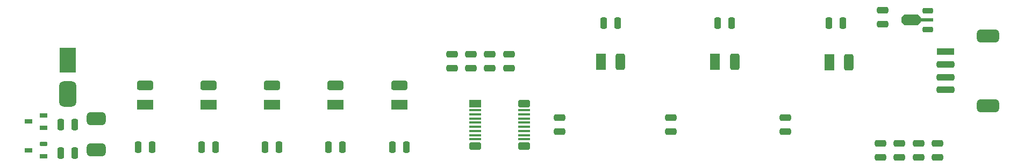
<source format=gtp>
G04*
G04 #@! TF.GenerationSoftware,Altium Limited,Altium Designer,20.0.9 (164)*
G04*
G04 Layer_Color=8421504*
%FSLAX25Y25*%
%MOIN*%
G70*
G01*
G75*
G04:AMPARAMS|DCode=18|XSize=104.33mil|YSize=157.48mil|CornerRadius=26.08mil|HoleSize=0mil|Usage=FLASHONLY|Rotation=0.000|XOffset=0mil|YOffset=0mil|HoleType=Round|Shape=RoundedRectangle|*
%AMROUNDEDRECTD18*
21,1,0.10433,0.10532,0,0,0.0*
21,1,0.05217,0.15748,0,0,0.0*
1,1,0.05217,0.02608,-0.05266*
1,1,0.05217,-0.02608,-0.05266*
1,1,0.05217,-0.02608,0.05266*
1,1,0.05217,0.02608,0.05266*
%
%ADD18ROUNDEDRECTD18*%
%ADD19R,0.10433X0.15748*%
%ADD20R,0.11024X0.03937*%
G04:AMPARAMS|DCode=21|XSize=110.24mil|YSize=39.37mil|CornerRadius=9.84mil|HoleSize=0mil|Usage=FLASHONLY|Rotation=180.000|XOffset=0mil|YOffset=0mil|HoleType=Round|Shape=RoundedRectangle|*
%AMROUNDEDRECTD21*
21,1,0.11024,0.01968,0,0,180.0*
21,1,0.09055,0.03937,0,0,180.0*
1,1,0.01968,-0.04528,0.00984*
1,1,0.01968,0.04528,0.00984*
1,1,0.01968,0.04528,-0.00984*
1,1,0.01968,-0.04528,-0.00984*
%
%ADD21ROUNDEDRECTD21*%
G04:AMPARAMS|DCode=22|XSize=137.8mil|YSize=78.74mil|CornerRadius=19.68mil|HoleSize=0mil|Usage=FLASHONLY|Rotation=180.000|XOffset=0mil|YOffset=0mil|HoleType=Round|Shape=RoundedRectangle|*
%AMROUNDEDRECTD22*
21,1,0.13780,0.03937,0,0,180.0*
21,1,0.09843,0.07874,0,0,180.0*
1,1,0.03937,-0.04921,0.01968*
1,1,0.03937,0.04921,0.01968*
1,1,0.03937,0.04921,-0.01968*
1,1,0.03937,-0.04921,-0.01968*
%
%ADD22ROUNDEDRECTD22*%
%ADD23R,0.04921X0.02953*%
G04:AMPARAMS|DCode=24|XSize=47.24mil|YSize=72.84mil|CornerRadius=11.81mil|HoleSize=0mil|Usage=FLASHONLY|Rotation=90.000|XOffset=0mil|YOffset=0mil|HoleType=Round|Shape=RoundedRectangle|*
%AMROUNDEDRECTD24*
21,1,0.04724,0.04921,0,0,90.0*
21,1,0.02362,0.07284,0,0,90.0*
1,1,0.02362,0.02461,0.01181*
1,1,0.02362,0.02461,-0.01181*
1,1,0.02362,-0.02461,-0.01181*
1,1,0.02362,-0.02461,0.01181*
%
%ADD24ROUNDEDRECTD24*%
G04:AMPARAMS|DCode=25|XSize=15.55mil|YSize=72.84mil|CornerRadius=3.89mil|HoleSize=0mil|Usage=FLASHONLY|Rotation=90.000|XOffset=0mil|YOffset=0mil|HoleType=Round|Shape=RoundedRectangle|*
%AMROUNDEDRECTD25*
21,1,0.01555,0.06506,0,0,90.0*
21,1,0.00778,0.07284,0,0,90.0*
1,1,0.00778,0.03253,0.00389*
1,1,0.00778,0.03253,-0.00389*
1,1,0.00778,-0.03253,-0.00389*
1,1,0.00778,-0.03253,0.00389*
%
%ADD25ROUNDEDRECTD25*%
%ADD26R,0.07284X0.04724*%
G04:AMPARAMS|DCode=27|XSize=29.53mil|YSize=49.21mil|CornerRadius=0mil|HoleSize=0mil|Usage=FLASHONLY|Rotation=270.000|XOffset=0mil|YOffset=0mil|HoleType=Round|Shape=Octagon|*
%AMOCTAGOND27*
4,1,8,0.02461,0.00738,0.02461,-0.00738,0.01722,-0.01476,-0.01722,-0.01476,-0.02461,-0.00738,-0.02461,0.00738,-0.01722,0.01476,0.01722,0.01476,0.02461,0.00738,0.0*
%
%ADD27OCTAGOND27*%

%ADD28R,0.05906X0.10236*%
G04:AMPARAMS|DCode=29|XSize=59.06mil|YSize=102.36mil|CornerRadius=14.76mil|HoleSize=0mil|Usage=FLASHONLY|Rotation=0.000|XOffset=0mil|YOffset=0mil|HoleType=Round|Shape=RoundedRectangle|*
%AMROUNDEDRECTD29*
21,1,0.05906,0.07284,0,0,0.0*
21,1,0.02953,0.10236,0,0,0.0*
1,1,0.02953,0.01476,-0.03642*
1,1,0.02953,-0.01476,-0.03642*
1,1,0.02953,-0.01476,0.03642*
1,1,0.02953,0.01476,0.03642*
%
%ADD29ROUNDEDRECTD29*%
%ADD30R,0.10236X0.05906*%
G04:AMPARAMS|DCode=31|XSize=59.06mil|YSize=102.36mil|CornerRadius=14.76mil|HoleSize=0mil|Usage=FLASHONLY|Rotation=90.000|XOffset=0mil|YOffset=0mil|HoleType=Round|Shape=RoundedRectangle|*
%AMROUNDEDRECTD31*
21,1,0.05906,0.07284,0,0,90.0*
21,1,0.02953,0.10236,0,0,90.0*
1,1,0.02953,0.03642,0.01476*
1,1,0.02953,0.03642,-0.01476*
1,1,0.02953,-0.03642,-0.01476*
1,1,0.02953,-0.03642,0.01476*
%
%ADD31ROUNDEDRECTD31*%
G04:AMPARAMS|DCode=32|XSize=70.87mil|YSize=39.37mil|CornerRadius=9.84mil|HoleSize=0mil|Usage=FLASHONLY|Rotation=90.000|XOffset=0mil|YOffset=0mil|HoleType=Round|Shape=RoundedRectangle|*
%AMROUNDEDRECTD32*
21,1,0.07087,0.01968,0,0,90.0*
21,1,0.05118,0.03937,0,0,90.0*
1,1,0.01968,0.00984,0.02559*
1,1,0.01968,0.00984,-0.02559*
1,1,0.01968,-0.00984,-0.02559*
1,1,0.01968,-0.00984,0.02559*
%
%ADD32ROUNDEDRECTD32*%
G04:AMPARAMS|DCode=33|XSize=70.87mil|YSize=39.37mil|CornerRadius=9.84mil|HoleSize=0mil|Usage=FLASHONLY|Rotation=180.000|XOffset=0mil|YOffset=0mil|HoleType=Round|Shape=RoundedRectangle|*
%AMROUNDEDRECTD33*
21,1,0.07087,0.01968,0,0,180.0*
21,1,0.05118,0.03937,0,0,180.0*
1,1,0.01968,-0.02559,0.00984*
1,1,0.01968,0.02559,0.00984*
1,1,0.01968,0.02559,-0.00984*
1,1,0.01968,-0.02559,-0.00984*
%
%ADD33ROUNDEDRECTD33*%
G04:AMPARAMS|DCode=34|XSize=35.43mil|YSize=64.96mil|CornerRadius=8.86mil|HoleSize=0mil|Usage=FLASHONLY|Rotation=270.000|XOffset=0mil|YOffset=0mil|HoleType=Round|Shape=RoundedRectangle|*
%AMROUNDEDRECTD34*
21,1,0.03543,0.04724,0,0,270.0*
21,1,0.01772,0.06496,0,0,270.0*
1,1,0.01772,-0.02362,-0.00886*
1,1,0.01772,-0.02362,0.00886*
1,1,0.01772,0.02362,0.00886*
1,1,0.01772,0.02362,-0.00886*
%
%ADD34ROUNDEDRECTD34*%
%ADD35R,0.07874X0.02362*%
G04:AMPARAMS|DCode=36|XSize=66.93mil|YSize=118.11mil|CornerRadius=0mil|HoleSize=0mil|Usage=FLASHONLY|Rotation=270.000|XOffset=0mil|YOffset=0mil|HoleType=Round|Shape=Octagon|*
%AMOCTAGOND36*
4,1,8,0.05906,0.01673,0.05906,-0.01673,0.04232,-0.03347,-0.04232,-0.03347,-0.05906,-0.01673,-0.05906,0.01673,-0.04232,0.03347,0.04232,0.03347,0.05906,0.01673,0.0*
%
%ADD36OCTAGOND36*%

G04:AMPARAMS|DCode=37|XSize=118.11mil|YSize=78.74mil|CornerRadius=19.68mil|HoleSize=0mil|Usage=FLASHONLY|Rotation=180.000|XOffset=0mil|YOffset=0mil|HoleType=Round|Shape=RoundedRectangle|*
%AMROUNDEDRECTD37*
21,1,0.11811,0.03937,0,0,180.0*
21,1,0.07874,0.07874,0,0,180.0*
1,1,0.03937,-0.03937,0.01968*
1,1,0.03937,0.03937,0.01968*
1,1,0.03937,0.03937,-0.01968*
1,1,0.03937,-0.03937,-0.01968*
%
%ADD37ROUNDEDRECTD37*%
D18*
X47244Y58465D02*
D03*
D19*
Y79331D02*
D03*
D20*
X591535Y84646D02*
D03*
D21*
Y76772D02*
D03*
Y68898D02*
D03*
Y61024D02*
D03*
D22*
X617913Y51181D02*
D03*
Y94488D02*
D03*
D23*
X32283Y37598D02*
D03*
Y45078D02*
D03*
X22834Y41338D02*
D03*
Y23622D02*
D03*
X32283Y19882D02*
D03*
D24*
X330118Y26260D02*
D03*
Y52480D02*
D03*
X299803Y26260D02*
D03*
D25*
X330118Y30413D02*
D03*
Y32972D02*
D03*
Y35531D02*
D03*
Y38091D02*
D03*
Y40650D02*
D03*
Y43209D02*
D03*
Y45768D02*
D03*
Y48327D02*
D03*
X299803Y30413D02*
D03*
Y32972D02*
D03*
Y35531D02*
D03*
Y38091D02*
D03*
Y40650D02*
D03*
Y43209D02*
D03*
Y45768D02*
D03*
Y48327D02*
D03*
D26*
Y52480D02*
D03*
D27*
X32283Y27362D02*
D03*
D28*
X377756Y78347D02*
D03*
X448622D02*
D03*
X519488Y78000D02*
D03*
D29*
X389961Y78347D02*
D03*
X460826D02*
D03*
X531693Y78000D02*
D03*
D30*
X252756Y51772D02*
D03*
X213386D02*
D03*
X174016D02*
D03*
X134646D02*
D03*
X95276D02*
D03*
D31*
X252756Y63976D02*
D03*
X213386D02*
D03*
X174016D02*
D03*
X134646D02*
D03*
X95276D02*
D03*
D32*
X388189Y102362D02*
D03*
X379528D02*
D03*
X459055D02*
D03*
X450394D02*
D03*
X527953D02*
D03*
X519291D02*
D03*
X248425Y25591D02*
D03*
X257087D02*
D03*
X209055D02*
D03*
X217717D02*
D03*
X169685D02*
D03*
X178347D02*
D03*
X130315D02*
D03*
X138976D02*
D03*
X90945D02*
D03*
X99606D02*
D03*
X51575Y21654D02*
D03*
X42913D02*
D03*
Y39370D02*
D03*
X51575D02*
D03*
D33*
X562992Y27953D02*
D03*
Y19291D02*
D03*
X551181D02*
D03*
Y27953D02*
D03*
X352362Y35039D02*
D03*
Y43701D02*
D03*
X421260Y35039D02*
D03*
Y43701D02*
D03*
X492126Y35039D02*
D03*
Y43701D02*
D03*
X285433Y83071D02*
D03*
Y74410D02*
D03*
X297244Y83071D02*
D03*
Y74410D02*
D03*
X309055Y83071D02*
D03*
Y74410D02*
D03*
X552681Y101969D02*
D03*
Y110630D02*
D03*
X320866Y83071D02*
D03*
Y74410D02*
D03*
X574803Y27953D02*
D03*
Y19291D02*
D03*
X586614D02*
D03*
Y27953D02*
D03*
D34*
X580614Y110236D02*
D03*
Y98425D02*
D03*
D35*
X579827Y104331D02*
D03*
D36*
X570289Y104331D02*
D03*
D37*
X64961Y23917D02*
D03*
Y43012D02*
D03*
M02*

</source>
